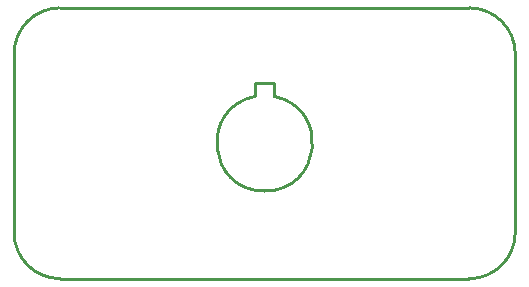
<source format=gko>
G04*
G04 #@! TF.GenerationSoftware,Altium Limited,Altium Designer,19.1.5 (86)*
G04*
G04 Layer_Color=16711935*
%FSAX24Y24*%
%MOIN*%
G70*
G01*
G75*
%ADD11C,0.0100*%
D11*
X026705Y017492D02*
G03*
X025169Y019028I-001535J000000D01*
G01*
Y010000D02*
G03*
X026705Y011535I000000J001535D01*
G01*
X010000D02*
G03*
X011535Y010000I001535J000000D01*
G01*
Y019028D02*
G03*
X010000Y017492I000000J-001535D01*
G01*
X018037Y016077D02*
G03*
X018667Y016077I000315J-001563D01*
G01*
X011535Y019028D02*
X025169D01*
X026705Y011535D02*
Y017492D01*
X011535Y010000D02*
X025169D01*
X010000Y011535D02*
Y017492D01*
X018667Y016078D02*
Y016522D01*
X018037D02*
X018667D01*
X018037Y016078D02*
Y016522D01*
M02*

</source>
